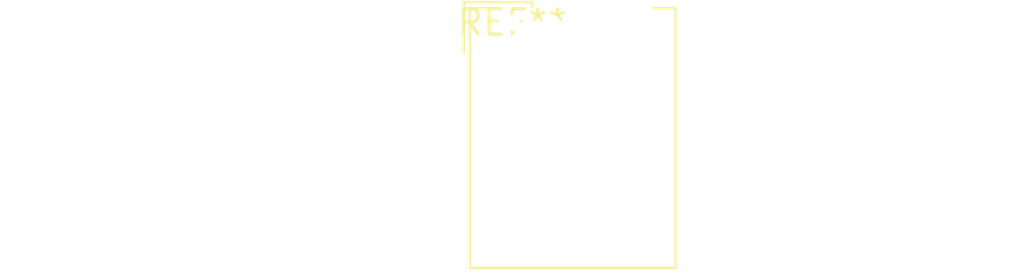
<source format=kicad_pcb>
(kicad_pcb (version 20240108) (generator pcbnew)
  (layers (0 "F.Cu" signal) (31 "B.Cu" signal) (34 "B.Paste" user) (35 "F.Paste" user) (36 "B.SilkS" user "B.Silkscreen") (37 "F.SilkS" user "F.Silkscreen") (38 "B.Mask" user) (39 "F.Mask" user) (44 "Edge.Cuts" user))
  (net 0 "")
  (footprint "JST_PUD_S08B-PUDSS-1_2x04_P2.00mm_Horizontal" (layer "F.Cu") (at 0 0)
    (property "Reference" "REF**")
    (property "Value" "JST_PUD_S08B-PUDSS-1_2x04_P2.00mm_Horizontal")
    (fp_line (start -2.41 -1.01) (end -2.41 1.49) (layer "F.SilkS") (stroke (width 0.12)))
    (fp_line (start -2.11 -0.71) (end -2.11 12.21) (layer "F.SilkS") (stroke (width 0.12)))
    (fp_line (start -2.11 12.21) (end 3 12.21) (layer "F.SilkS") (stroke (width 0.12)))
    (fp_line (start -1 -0.71) (end -2.11 -0.71) (layer "F.SilkS") (stroke (width 0.12)))
    (fp_line (start 1 -1.01) (end -2.41 -1.01) (layer "F.SilkS") (stroke (width 0.12)))
    (fp_line (start 1 -0.76) (end 1 -1.01) (layer "F.SilkS") (stroke (width 0.12)))
    (fp_line (start 7 -0.71) (end 8.11 -0.71) (layer "F.SilkS") (stroke (width 0.12)))
    (fp_line (start 8.11 -0.71) (end 8.11 12.21) (layer "F.SilkS") (stroke (width 0.12)))
    (fp_line (start 8.11 12.21) (end 3 12.21) (layer "F.SilkS") (stroke (width 0.12)))
    (pad "" np_thru_hole circle (at -0.9 9.7) (size 1.65 1.65) (drill 1.65) (layers *.Cu *.Mask))
    (pad "" np_thru_hole circle (at 6.9 9.7) (size 1.65 1.65) (drill 1.65) (layers *.Cu *.Mask))
    (pad "1" thru_hole roundrect (at 0 0) (size 1.2 1.2) (drill 0.75) (layers *.Cu *.Mask) (remove_unused_layers) (roundrect_rratio 0.208333))
    (pad "2" thru_hole circle (at 0 2) (size 1.2 1.2) (drill 0.75) (layers *.Cu *.Mask) (remove_unused_layers))
    (pad "3" thru_hole circle (at 2 0) (size 1.2 1.2) (drill 0.75) (layers *.Cu *.Mask) (remove_unused_layers))
    (pad "4" thru_hole circle (at 2 2) (size 1.2 1.2) (drill 0.75) (layers *.Cu *.Mask) (remove_unused_layers))
    (pad "5" thru_hole circle (at 4 0) (size 1.2 1.2) (drill 0.75) (layers *.Cu *.Mask) (remove_unused_layers))
    (pad "6" thru_hole circle (at 4 2) (size 1.2 1.2) (drill 0.75) (layers *.Cu *.Mask) (remove_unused_layers))
    (pad "7" thru_hole circle (at 6 0) (size 1.2 1.2) (drill 0.75) (layers *.Cu *.Mask) (remove_unused_layers))
    (pad "8" thru_hole circle (at 6 2) (size 1.2 1.2) (drill 0.75) (layers *.Cu *.Mask) (remove_unused_layers))
  )
)
</source>
